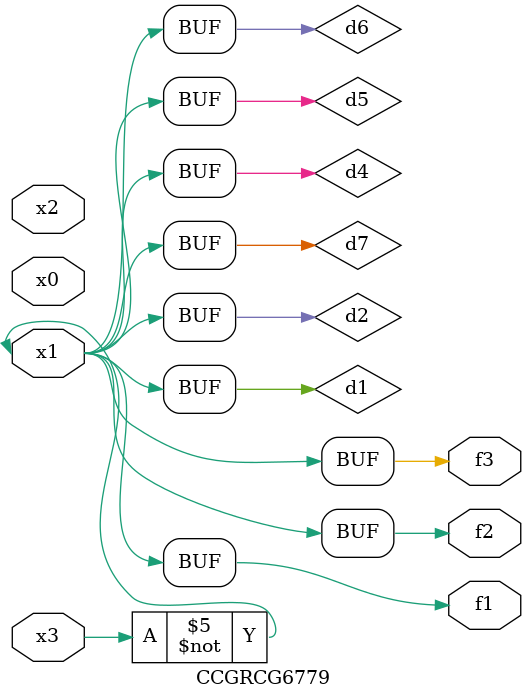
<source format=v>
module CCGRCG6779(
	input x0, x1, x2, x3,
	output f1, f2, f3
);

	wire d1, d2, d3, d4, d5, d6, d7;

	not (d1, x3);
	buf (d2, x1);
	xnor (d3, d1, d2);
	nor (d4, d1);
	buf (d5, d1, d2);
	buf (d6, d4, d5);
	nand (d7, d4);
	assign f1 = d6;
	assign f2 = d7;
	assign f3 = d6;
endmodule

</source>
